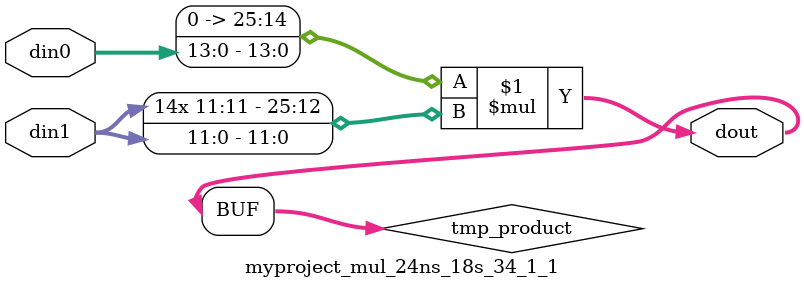
<source format=v>

`timescale 1 ns / 1 ps

  module myproject_mul_24ns_18s_34_1_1(din0, din1, dout);
parameter ID = 1;
parameter NUM_STAGE = 0;
parameter din0_WIDTH = 14;
parameter din1_WIDTH = 12;
parameter dout_WIDTH = 26;

input [din0_WIDTH - 1 : 0] din0; 
input [din1_WIDTH - 1 : 0] din1; 
output [dout_WIDTH - 1 : 0] dout;

wire signed [dout_WIDTH - 1 : 0] tmp_product;











assign tmp_product = $signed({1'b0, din0}) * $signed(din1);










assign dout = tmp_product;







endmodule

</source>
